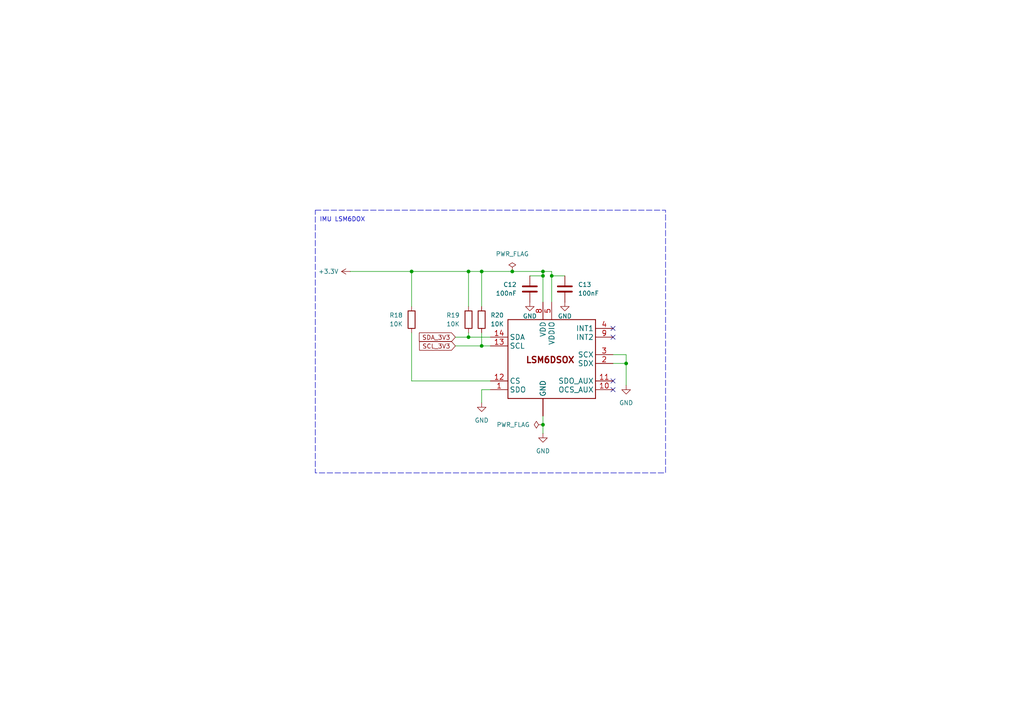
<source format=kicad_sch>
(kicad_sch (version 20250114) (generator "eeschema") (generator_version "9.0")
  (paper "A4")
  (lib_symbols
    (symbol "Adafruit_LSM6DSOX-eagle-import:LSM6DSOX"
      (symbol "LSM6DSOX_1_0"
        (polyline (pts (xy -10.16 10.16) (xy 15.24 10.16)) (stroke (width 0.254)))
        (polyline (pts (xy -10.16 -12.7) (xy -10.16 10.16)) (stroke (width 0.254)))
        (polyline (pts (xy 15.24 10.16) (xy 15.24 -12.7)) (stroke (width 0.254)))
        (polyline (pts (xy 15.24 -12.7) (xy -10.16 -12.7)) (stroke (width 0.254)))
        (text "LSM6DSOX" (at -5.08 -2.54 0) (effects (font (size 1.778 1.778) (thickness 0.3556) (bold yes)) (justify left bottom)))
        (pin bidirectional line (at -15.24 5.08 0) (length 5.08) (name "SDA") (number "14"))
        (pin bidirectional line (at -15.24 2.54 0) (length 5.08) (name "SCL") (number "13"))
        (pin bidirectional line (at -15.24 -7.62 0) (length 5.08) (name "CS") (number "12"))
        (pin passive line (at -15.24 -10.16 0) (length 5.08) (name "SDO") (number "1"))
        (pin power_in line (at 0 15.24 270) (length 5.08) (name "VDD") (number "8"))
        (pin power_in line (at 0 -17.78 90) (length 5.08) (name "GND") (number "6"))
        (pin power_in line (at 0 -17.78 90) (length 5.08) (name "GND") (number "7"))
        (pin power_in line (at 2.54 15.24 270) (length 5.08) (name "VDDIO") (number "5"))
        (pin bidirectional line (at 20.32 7.62 180) (length 5.08) (name "INT1") (number "4"))
        (pin bidirectional line (at 20.32 5.08 180) (length 5.08) (name "INT2") (number "9"))
        (pin passive line (at 20.32 0 180) (length 5.08) (name "SCX") (number "3"))
        (pin passive line (at 20.32 -2.54 180) (length 5.08) (name "SDX") (number "2"))
        (pin bidirectional line (at 20.32 -7.62 180) (length 5.08) (name "SDO_AUX") (number "11"))
        (pin bidirectional line (at 20.32 -10.16 180) (length 5.08) (name "OCS_AUX") (number "10"))
      )
    )
    (symbol "Device:C" (pin_numbers (hide yes)) (pin_names (offset 0.254))
      (property "Reference" "C" (at 0.635 2.54 0))
      (property "Value" "C" (at 0.635 -2.54 0))
      (symbol "C_0_1"
        (polyline (pts (xy -2.032 0.762) (xy 2.032 0.762)) (stroke (width 0.508)))
        (polyline (pts (xy -2.032 -0.762) (xy 2.032 -0.762)) (stroke (width 0.508)))
      )
      (symbol "C_1_1"
        (pin passive line (at 0 3.81 270) (length 2.794) (name "~") (number "1"))
        (pin passive line (at 0 -3.81 90) (length 2.794) (name "~") (number "2"))
      )
    )
    (symbol "Device:R" (pin_numbers (hide yes)) (pin_names (offset 0))
      (property "Reference" "R" (at 2.032 0 90))
      (property "Value" "R" (at 0 0 90))
      (symbol "R_0_1"
        (rectangle (start -1.016 -2.54) (end 1.016 2.54) (stroke (width 0.254)))
      )
      (symbol "R_1_1"
        (pin passive line (at 0 3.81 270) (length 1.27) (name "~") (number "1"))
        (pin passive line (at 0 -3.81 90) (length 1.27) (name "~") (number "2"))
      )
    )
    (symbol "power:+3.3V" (power) (pin_numbers (hide yes)) (pin_names (offset 0) (hide yes))
      (property "Value" "+3.3V" (at 0 3.556 0))
      (symbol "+3.3V_0_1"
        (polyline (pts (xy -0.762 1.27) (xy 0 2.54)))
        (polyline (pts (xy 0 2.54) (xy 0.762 1.27)))
        (polyline (pts (xy 0 0) (xy 0 2.54)))
      )
      (symbol "+3.3V_1_1"
        (pin power_in line (at 0 0 90) (length 0) (name "~") (number "1"))
      )
    )
    (symbol "power:GND" (power) (pin_numbers (hide yes)) (pin_names (offset 0) (hide yes))
      (property "Value" "GND" (at 0 -3.81 0))
      (symbol "GND_0_1"
        (polyline (pts (xy 0 0) (xy 0 -1.27) (xy 1.27 -1.27) (xy 0 -2.54) (xy -1.27 -1.27) (xy 0 -1.27)))
      )
      (symbol "GND_1_1"
        (pin power_in line (at 0 0 270) (length 0) (name "~") (number "1"))
      )
    )
    (symbol "power:PWR_FLAG" (power) (pin_numbers (hide yes)) (pin_names (offset 0) (hide yes))
      (property "Value" "PWR_FLAG" (at 0 3.81 0))
      (symbol "PWR_FLAG_0_0"
        (pin power_out line (at 0 0 90) (length 0) (name "~") (number "1"))
      )
      (symbol "PWR_FLAG_0_1"
        (polyline (pts (xy 0 0) (xy 0 1.27) (xy -1.016 1.905) (xy 0 2.54) (xy 1.016 1.905) (xy 0 1.27)))
      )
    )
  )
  (rectangle (start 91.44 60.96) (end 193.04 137.16) (stroke (width 0) (type dash)))
  (text "IMU LSM6DOX\n" (at 99.314 63.754 0) (effects (font (size 1.27 1.27))))
  (junction (at 160.02 80.01))
  (junction (at 119.38 78.74))
  (junction (at 181.61 105.41))
  (junction (at 157.48 78.74))
  (junction (at 148.59 78.74))
  (junction (at 139.7 78.74))
  (junction (at 139.7 100.33))
  (junction (at 135.89 78.74))
  (junction (at 157.48 123.19))
  (junction (at 135.89 97.79))
  (junction (at 157.48 80.01))
  (no_connect (at 177.8 95.25))
  (no_connect (at 177.8 113.03))
  (no_connect (at 177.8 110.49))
  (no_connect (at 177.8 97.79))
  (wire (pts (xy 135.89 78.74) (xy 135.89 88.9)))
  (wire (pts (xy 177.8 102.87) (xy 181.61 102.87)))
  (wire (pts (xy 139.7 96.52) (xy 139.7 100.33)))
  (wire (pts (xy 135.89 97.79) (xy 142.24 97.79)))
  (wire (pts (xy 119.38 110.49) (xy 142.24 110.49)))
  (wire (pts (xy 135.89 96.52) (xy 135.89 97.79)))
  (wire (pts (xy 148.59 78.74) (xy 157.48 78.74)))
  (wire (pts (xy 139.7 78.74) (xy 139.7 88.9)))
  (wire (pts (xy 181.61 105.41) (xy 181.61 111.76)))
  (wire (pts (xy 132.08 97.79) (xy 135.89 97.79)))
  (wire (pts (xy 157.48 78.74) (xy 157.48 80.01)))
  (wire (pts (xy 160.02 80.01) (xy 160.02 87.63)))
  (wire (pts (xy 160.02 80.01) (xy 163.83 80.01)))
  (wire (pts (xy 139.7 113.03) (xy 139.7 116.84)))
  (wire (pts (xy 135.89 78.74) (xy 139.7 78.74)))
  (wire (pts (xy 157.48 120.65) (xy 157.48 123.19)))
  (wire (pts (xy 157.48 123.19) (xy 157.48 125.73)))
  (wire (pts (xy 132.08 100.33) (xy 139.7 100.33)))
  (wire (pts (xy 142.24 113.03) (xy 139.7 113.03)))
  (wire (pts (xy 139.7 78.74) (xy 148.59 78.74)))
  (wire (pts (xy 157.48 78.74) (xy 160.02 78.74)))
  (wire (pts (xy 119.38 96.52) (xy 119.38 110.49)))
  (wire (pts (xy 119.38 78.74) (xy 135.89 78.74)))
  (wire (pts (xy 119.38 78.74) (xy 119.38 88.9)))
  (wire (pts (xy 153.67 80.01) (xy 157.48 80.01)))
  (wire (pts (xy 157.48 80.01) (xy 157.48 87.63)))
  (wire (pts (xy 177.8 105.41) (xy 181.61 105.41)))
  (wire (pts (xy 160.02 78.74) (xy 160.02 80.01)))
  (wire (pts (xy 101.6 78.74) (xy 119.38 78.74)))
  (wire (pts (xy 181.61 102.87) (xy 181.61 105.41)))
  (wire (pts (xy 139.7 100.33) (xy 142.24 100.33)))
  (global_label "SCL_3V3" (shape input) (at 132.08 100.33 180) (property "Intersheetrefs" "${INTERSHEET_REFS}" (effects (hide yes))))
  (global_label "SDA_3V3" (shape input) (at 132.08 97.79 180) (property "Intersheetrefs" "${INTERSHEET_REFS}" (effects (hide yes))))
  (symbol (lib_id "power:GND") (at 163.83 87.63 0) (unit 1)
    (property "Reference" "#PWR047" (effects (hide yes)))
    (property "Value" "GND" (at 163.83 91.694 0))
    (property "Description" "Power symbol creates a global label with name \"GND\" , ground" (effects (hide yes)))
  )
  (symbol (lib_id "Device:R") (at 119.38 92.71 0) (mirror y) (unit 1)
    (property "Reference" "R18" (at 116.84 91.4399 0) (effects (justify left)))
    (property "Value" "10K" (at 116.84 93.9799 0) (effects (justify left)))
    (property "Footprint" "Resistor_SMD:R_0603_1608Metric_Pad0.98x0.95mm_HandSolder" (effects (hide yes)))
    (property "Description" "Resistor" (effects (hide yes)))
  )
  (symbol (lib_id "Device:R") (at 139.7 92.71 0) (unit 1)
    (property "Reference" "R20" (at 142.24 91.4399 0) (effects (justify left)))
    (property "Value" "10K" (at 142.24 93.9799 0) (effects (justify left)))
    (property "Footprint" "Resistor_SMD:R_0603_1608Metric_Pad0.98x0.95mm_HandSolder" (effects (hide yes)))
    (property "Description" "Resistor" (effects (hide yes)))
  )
  (symbol (lib_id "Device:R") (at 135.89 92.71 0) (mirror y) (unit 1)
    (property "Reference" "R19" (at 133.35 91.4399 0) (effects (justify left)))
    (property "Value" "10K" (at 133.35 93.9799 0) (effects (justify left)))
    (property "Footprint" "Resistor_SMD:R_0603_1608Metric_Pad0.98x0.95mm_HandSolder" (effects (hide yes)))
    (property "Description" "Resistor" (effects (hide yes)))
  )
  (symbol (lib_id "Device:C") (at 163.83 83.82 180) (unit 1)
    (property "Reference" "C13" (at 167.64 82.5499 0) (effects (justify right)))
    (property "Value" "100nF" (at 167.64 85.0899 0) (effects (justify right)))
    (property "Footprint" "Capacitor_SMD:C_0603_1608Metric_Pad1.08x0.95mm_HandSolder" (effects (hide yes)))
    (property "Description" "Unpolarized capacitor" (effects (hide yes)))
  )
  (symbol (lib_id "power:GND") (at 153.67 87.63 0) (unit 1)
    (property "Reference" "#PWR045" (effects (hide yes)))
    (property "Value" "GND" (at 153.67 91.694 0))
    (property "Description" "Power symbol creates a global label with name \"GND\" , ground" (effects (hide yes)))
  )
  (symbol (lib_id "power:PWR_FLAG") (at 148.59 78.74 0) (unit 1)
    (property "Reference" "#FLG04" (effects (hide yes)))
    (property "Value" "PWR_FLAG" (at 148.59 73.66 0))
    (property "Description" "Special symbol for telling ERC where power comes from" (effects (hide yes)))
  )
  (symbol (lib_id "power:+3.3V") (at 101.6 78.74 90) (unit 1)
    (property "Reference" "#PWR043" (effects (hide yes)))
    (property "Value" "+3.3V" (at 95.25 78.74 90))
    (property "Description" "Power symbol creates a global label with name \"+3.3V\"" (effects (hide yes)))
  )
  (symbol (lib_id "power:GND") (at 157.48 125.73 0) (unit 1)
    (property "Reference" "#PWR046" (effects (hide yes)))
    (property "Value" "GND" (at 157.48 130.81 0))
    (property "Description" "Power symbol creates a global label with name \"GND\" , ground" (effects (hide yes)))
  )
  (symbol (lib_id "power:PWR_FLAG") (at 157.48 123.19 90) (unit 1)
    (property "Reference" "#FLG05" (effects (hide yes)))
    (property "Value" "PWR_FLAG" (at 153.67 123.1899 90) (effects (justify left)))
    (property "Description" "Special symbol for telling ERC where power comes from" (effects (hide yes)))
  )
  (symbol (lib_id "power:GND") (at 181.61 111.76 0) (unit 1)
    (property "Reference" "#PWR048" (effects (hide yes)))
    (property "Value" "GND" (at 181.61 116.84 0))
    (property "Description" "Power symbol creates a global label with name \"GND\" , ground" (effects (hide yes)))
  )
  (symbol (lib_id "Device:C") (at 153.67 83.82 0) (mirror x) (unit 1)
    (property "Reference" "C12" (at 149.86 82.5499 0) (effects (justify right)))
    (property "Value" "100nF" (at 149.86 85.0899 0) (effects (justify right)))
    (property "Footprint" "Capacitor_SMD:C_0603_1608Metric_Pad1.08x0.95mm_HandSolder" (effects (hide yes)))
    (property "Description" "Unpolarized capacitor" (effects (hide yes)))
  )
  (symbol (lib_id "Adafruit_LSM6DSOX-eagle-import:LSM6DSOX") (at 157.48 102.87 0) (unit 1)
    (property "Reference" "U$1" (effects (hide yes)))
    (property "Value" "LSM6DSOX" (effects (hide yes)))
    (property "Footprint" "Package_LGA:LGA-14_3x2.5mm_P0.5mm_LayoutBorder3x4y" (effects (hide yes)))
  )
  (symbol (lib_id "power:GND") (at 139.7 116.84 0) (unit 1)
    (property "Reference" "#PWR044" (effects (hide yes)))
    (property "Value" "GND" (at 139.7 121.92 0))
    (property "Description" "Power symbol creates a global label with name \"GND\" , ground" (effects (hide yes)))
  )
)
</source>
